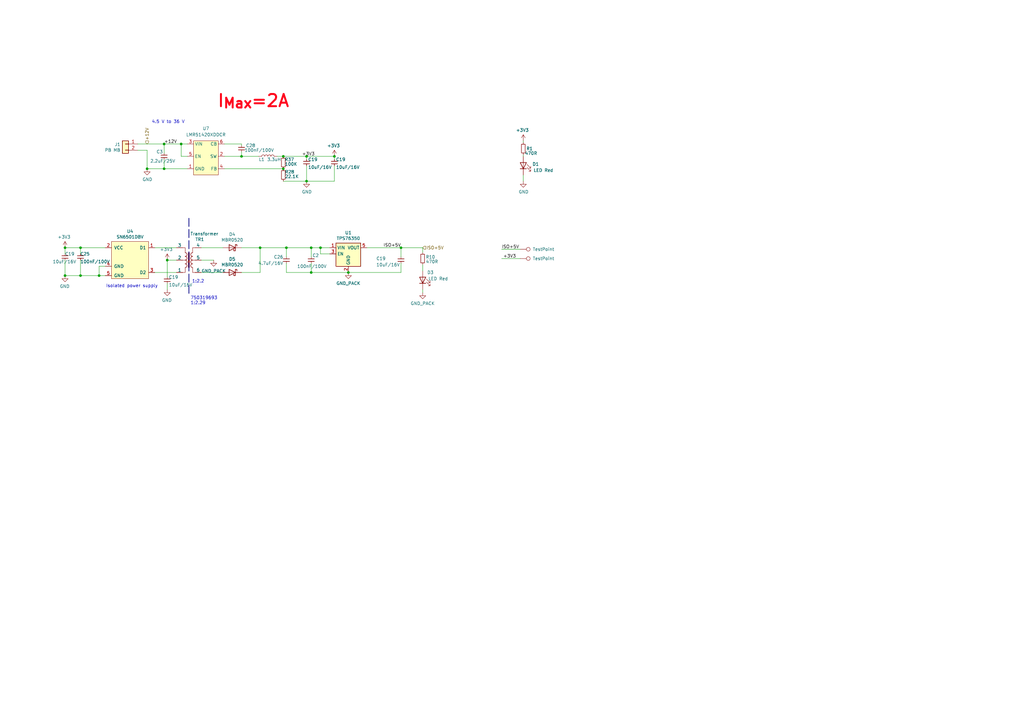
<source format=kicad_sch>
(kicad_sch (version 20230121) (generator eeschema)
  (paper "A3")
  (title_block (date "2023-10-19") (rev "V0.1") (company "teTra"))
  (lib_symbols
    (symbol "Connector:TestPoint" (pin_numbers hide) (pin_names (offset 0.762) hide)
      (property "Reference" "TP" (at 0 6.858 0))
      (property "Value" "TestPoint" (at 0 5.08 0))
      (symbol "TestPoint_0_1"
        (circle (center 0 3.302) (radius 0.762))
      )
      (symbol "TestPoint_1_1"
        (pin passive line (at 0 0 90) (length 2.54) (name "1") (number "1"))
      )
    )
    (symbol "Connector_Generic:Conn_01x02" (pin_names (offset 1.016) hide)
      (property "Reference" "J" (at 0 2.54 0))
      (property "Value" "Conn_01x02" (at 0 -5.08 0))
      (symbol "Conn_01x02_1_1"
        (rectangle (start -1.27 -2.413) (end 0 -2.667) (stroke (width 0.1524)))
        (rectangle (start -1.27 0.127) (end 0 -0.127) (stroke (width 0.1524)))
        (rectangle (start -1.27 1.27) (end 1.27 -3.81) (stroke (width 0.254)) (fill (type background)))
        (pin passive line (at -5.08 0 0) (length 3.81) (name "Pin_1") (number "1"))
        (pin passive line (at -5.08 -2.54 0) (length 3.81) (name "Pin_2") (number "2"))
      )
    )
    (symbol "Device:C" (pin_numbers hide) (pin_names (offset 0.254))
      (property "Reference" "C" (at 0.635 2.54 0))
      (property "Value" "C" (at 0.635 -2.54 0))
      (symbol "C_1_1"
        (polyline (pts (xy -1.27 -0.508) (xy 1.27 -0.508)) (stroke (width 0.254)))
        (polyline (pts (xy -1.27 0.508) (xy 1.27 0.508)) (stroke (width 0.254)))
        (pin passive line (at 0 1.27 270) (length 0.762) (name "~") (number "1"))
        (pin passive line (at 0 -1.27 90) (length 0.762) (name "~") (number "2"))
      )
    )
    (symbol "Device:L" (pin_numbers hide) (pin_names (offset 1.016) hide)
      (property "Reference" "L" (at -1.27 0 90))
      (property "Value" "L" (at 1.905 0 90))
      (symbol "L_0_1"
        (arc (start 0 -2.54) (mid 0.6323 -1.905) (end 0 -1.27))
        (arc (start 0 -1.27) (mid 0.6323 -0.635) (end 0 0))
        (arc (start 0 0) (mid 0.6323 0.635) (end 0 1.27))
        (arc (start 0 1.27) (mid 0.6323 1.905) (end 0 2.54))
      )
      (symbol "L_1_1"
        (pin passive line (at 0 3.81 270) (length 1.27) (name "1") (number "1"))
        (pin passive line (at 0 -3.81 90) (length 1.27) (name "2") (number "2"))
      )
    )
    (symbol "Device:LED" (pin_numbers hide) (pin_names (offset 1.016) hide)
      (property "Reference" "D" (at -0.762 -2.54 0))
      (property "Value" "LED" (at -0.762 4.318 0))
      (symbol "LED_0_1"
        (polyline (pts (xy 1.27 0) (xy -1.27 0)))
        (polyline (pts (xy 1.27 1.27) (xy 1.27 -1.27)) (stroke (width 0.254)))
        (polyline (pts (xy -1.27 1.27) (xy -1.27 -1.27) (xy 1.27 0) (xy -1.27 1.27)) (stroke (width 0.254)))
        (polyline (pts (xy -0.508 1.524) (xy 1.016 3.048) (xy 0.254 3.048) (xy 1.016 3.048) (xy 1.016 2.286)))
        (polyline (pts (xy 0.762 1.524) (xy 2.286 3.048) (xy 1.524 3.048) (xy 2.286 3.048) (xy 2.286 2.286)))
      )
      (symbol "LED_1_1"
        (pin passive line (at 3.81 0 180) (length 2.54) (name "K") (number "1"))
        (pin passive line (at -3.81 0 0) (length 2.54) (name "A") (number "2"))
      )
    )
    (symbol "Device:R_Small" (pin_numbers hide) (pin_names (offset 0.254) hide)
      (property "Reference" "R" (at 0.762 0.508 0))
      (property "Value" "R_Small" (at 0.762 -1.016 0))
      (symbol "R_Small_0_1"
        (rectangle (start -0.762 1.778) (end 0.762 -1.778) (stroke (width 0.2032)))
      )
      (symbol "R_Small_1_1"
        (pin passive line (at 0 2.54 270) (length 0.762) (name "~") (number "1"))
        (pin passive line (at 0 -2.54 90) (length 0.762) (name "~") (number "2"))
      )
    )
    (symbol "Diode:MBR0520" (pin_numbers hide) (pin_names (offset 1.016) hide)
      (property "Reference" "D" (at 0 2.54 0))
      (property "Value" "MBR0520" (at 0 -2.54 0))
      (symbol "MBR0520_0_1"
        (polyline (pts (xy 1.27 0) (xy -1.27 0)))
        (polyline (pts (xy 1.27 1.27) (xy 1.27 -1.27) (xy -1.27 0) (xy 1.27 1.27)) (stroke (width 0.254)))
        (polyline (pts (xy -1.905 0.635) (xy -1.905 1.27) (xy -1.27 1.27) (xy -1.27 -1.27) (xy -0.635 -1.27) (xy -0.635 -0.635)) (stroke (width 0.254)))
      )
      (symbol "MBR0520_1_1"
        (pin passive line (at -3.81 0 0) (length 2.54) (name "K") (number "1"))
        (pin passive line (at 3.81 0 180) (length 2.54) (name "A") (number "2"))
      )
    )
    (symbol "ENNOID:SN65601DBV" (pin_names (offset 1.016))
      (property "Reference" "U" (at 0 -8.89 0))
      (property "Value" "SN65601DBV" (at 0 8.89 0))
      (symbol "SN65601DBV_0_1"
        (rectangle (start -7.62 7.62) (end 7.62 -7.62) (fill (type background)))
      )
      (symbol "SN65601DBV_1_1"
        (pin input line (at -10.16 5.08 0) (length 2.54) (name "D1") (number "1"))
        (pin input line (at 10.16 5.08 180) (length 2.54) (name "VCC") (number "2"))
        (pin input line (at -10.16 -5.08 0) (length 2.54) (name "D2") (number "3"))
        (pin input line (at 10.16 -2.54 180) (length 2.54) (name "GND") (number "4"))
        (pin input line (at 10.16 -6.35 180) (length 2.54) (name "GND") (number "5"))
      )
    )
    (symbol "Power_Supervisor:TPS76350"
      (property "Reference" "U" (at 0 0 0))
      (symbol "TPS76350_0_1"
        (rectangle (start -5.08 4.445) (end 5.08 -5.08) (stroke (width 0.254)) (fill (type background)))
      )
      (symbol "TPS76350_1_1"
        (pin power_in line (at -7.62 2.54 0) (length 2.54) (name "VIN") (number "1"))
        (pin power_in line (at 0 -7.62 90) (length 2.54) (name "GND") (number "2"))
        (pin input line (at -7.62 0 0) (length 2.54) (name "EN") (number "3"))
        (pin no_connect line (at 7.62 0 180) (length 2.54) hide (name "NC") (number "4"))
        (pin power_out line (at 7.62 2.54 180) (length 2.54) (name "VOUT") (number "5"))
      )
    )
    (symbol "Regulator_Switching:LMR51420"
      (property "Reference" "U" (at 2.54 7.62 0))
      (property "Value" "LM51420" (at 0 0 0))
      (symbol "LMR51420_1_1"
        (rectangle (start -2.54 6.35) (end 7.62 -7.62) (fill (type background)))
        (pin input line (at -5.08 -5.08 0) (length 2.54) (name "GND") (number "1"))
        (pin input line (at 10.16 0 180) (length 2.54) (name "SW") (number "2"))
        (pin input line (at -5.08 5.08 0) (length 2.54) (name "VIN") (number "3"))
        (pin input line (at 10.16 -5.08 180) (length 2.54) (name "FB") (number "4"))
        (pin input line (at -5.08 0 0) (length 2.54) (name "EN") (number "5"))
        (pin input line (at 10.16 5.08 180) (length 2.54) (name "CB") (number "6"))
      )
    )
    (symbol "Transformer:TRANSF5" (pin_numbers hide) (pin_names (offset 0))
      (property "Reference" "TR" (at 0 6.35 0))
      (property "Value" "TRANSF5" (at 0 -6.35 0))
      (symbol "TRANSF5_0_1"
        (arc (start -1.524 -3.048) (mid -0.7653 -2.286) (end -1.524 -1.524) (stroke (width 0.2032)))
        (arc (start -1.524 -1.524) (mid -0.7653 -0.762) (end -1.524 0) (stroke (width 0.2032)))
        (arc (start -1.524 0) (mid -0.7653 0.762) (end -1.524 1.524) (stroke (width 0.2032)))
        (arc (start -1.524 1.524) (mid -0.7653 2.286) (end -1.524 3.048) (stroke (width 0.2032)))
        (rectangle (start -0.254 3.048) (end 0.254 -3.048) (stroke (width 0.0254)) (fill (type outline)))
        (polyline (pts (xy -1.524 0) (xy -2.54 0) (xy -2.54 0)) (fill (type outline)))
        (polyline (pts (xy 1.524 0) (xy 2.54 0) (xy 2.54 0)) (fill (type outline)))
        (polyline (pts (xy -2.54 5.08) (xy -1.524 5.08) (xy -1.524 3.048) (xy -1.524 3.048)) (stroke (width 0.1524)))
        (polyline (pts (xy -1.524 -3.048) (xy -1.524 -5.08) (xy -2.54 -5.08) (xy -2.54 -5.08)) (stroke (width 0.1524)))
        (polyline (pts (xy 1.524 3.048) (xy 1.524 5.08) (xy 2.54 5.08) (xy 2.54 5.08)) (stroke (width 0.1524)))
        (polyline (pts (xy 2.54 -5.08) (xy 1.524 -5.08) (xy 1.524 -3.048) (xy 1.524 -3.048)) (stroke (width 0.1524)))
        (arc (start 1.524 -1.524) (mid 0.7653 -2.286) (end 1.524 -3.048) (stroke (width 0.2032)))
        (arc (start 1.524 0) (mid 0.7653 -0.762) (end 1.524 -1.524) (stroke (width 0.2032)))
        (arc (start 1.524 1.524) (mid 0.7653 0.762) (end 1.524 0) (stroke (width 0.2032)))
        (arc (start 1.524 3.048) (mid 0.7653 2.286) (end 1.524 1.524) (stroke (width 0.2032)))
      )
      (symbol "TRANSF5_1_1"
        (pin passive line (at -5.08 5.08 0) (length 2.54) (name "1") (number "1"))
        (pin passive line (at -5.08 0 0) (length 2.54) (name "2") (number "2"))
        (pin passive line (at -5.08 -5.08 0) (length 2.54) (name "3") (number "3"))
        (pin passive line (at 5.08 -5.08 180) (length 2.54) (name "4") (number "4"))
        (pin passive line (at 5.08 0 180) (length 2.54) (name "5") (number "5"))
        (pin passive line (at 5.08 5.08 180) (length 2.54) (name "6") (number "6"))
      )
    )
    (symbol "power:+3V3" (power) (pin_names (offset 0))
      (property "Value" "+3V3" (at 0 3.556 0))
      (symbol "+3V3_0_1"
        (polyline (pts (xy -0.762 1.27) (xy 0 2.54)))
        (polyline (pts (xy 0 0) (xy 0 2.54)))
        (polyline (pts (xy 0 2.54) (xy 0.762 1.27)))
      )
      (symbol "+3V3_1_1"
        (pin power_in line (at 0 0 90) (length 0) hide (name "+3V3") (number "1"))
      )
    )
    (symbol "power:GND" (power) (pin_names (offset 0))
      (property "Value" "GND" (at 0 -3.81 0))
      (symbol "GND_0_1"
        (polyline (pts (xy 0 0) (xy 0 -1.27) (xy 1.27 -1.27) (xy 0 -2.54) (xy -1.27 -1.27) (xy 0 -1.27)))
      )
      (symbol "GND_1_1"
        (pin power_in line (at 0 0 270) (length 0) hide (name "GND") (number "1"))
      )
    )
    (symbol "power:GND_PACK" (power) (pin_names (offset 0))
      (property "Value" "GND_PACK" (at 0 -3.81 0))
      (symbol "GND_PACK_0_1"
        (polyline (pts (xy 0 0) (xy 0 -1.27) (xy 1.27 -1.27) (xy 0 -2.54) (xy -1.27 -1.27) (xy 0 -1.27)))
      )
      (symbol "GND_PACK_1_1"
        (pin power_in line (at 0 0 270) (length 0) hide (name "GND_PACK") (number "1"))
      )
    )
  )
  (junction (at 26.67 101.6))
  (junction (at 116.205 69.215))
  (junction (at 40.64 113.03))
  (junction (at 137.16 64.135))
  (junction (at 106.68 101.6))
  (junction (at 116.205 64.135))
  (junction (at 164.465 101.6))
  (junction (at 99.06 64.135))
  (junction (at 131.445 101.6))
  (junction (at 67.31 69.215))
  (junction (at 33.02 113.03))
  (junction (at 127.635 101.6))
  (junction (at 125.73 74.295))
  (junction (at 142.875 111.76))
  (junction (at 68.58 106.68))
  (junction (at 127.635 111.76))
  (junction (at 67.31 59.055))
  (junction (at 117.475 101.6))
  (junction (at 26.67 113.03))
  (junction (at 125.73 64.135))
  (junction (at 33.02 101.6))
  (junction (at 74.295 59.055))
  (junction (at 60.325 69.215))
  (wire (pts (xy 99.06 59.69) (xy 99.06 59.055)))
  (wire (pts (xy 74.295 59.055) (xy 74.295 64.135)))
  (wire (pts (xy 164.465 101.6) (xy 150.495 101.6)))
  (wire (pts (xy 26.67 106.68) (xy 26.67 113.03)))
  (wire (pts (xy 99.06 111.76) (xy 106.68 111.76)))
  (wire (pts (xy 205.74 106.045) (xy 213.36 106.045)))
  (wire (pts (xy 99.06 62.23) (xy 99.06 64.135)))
  (wire (pts (xy 33.02 106.68) (xy 33.02 113.03)))
  (wire (pts (xy 164.465 101.6) (xy 164.465 105.41)))
  (wire (pts (xy 67.31 65.405) (xy 67.31 69.215)))
  (bus (pts (xy 77.47 89.535) (xy 77.47 120.65)) (stroke (width 0) (type dash)))
  (wire (pts (xy 60.325 69.215) (xy 67.31 69.215)))
  (wire (pts (xy 164.465 101.6) (xy 173.355 101.6)))
  (wire (pts (xy 82.55 106.68) (xy 87.63 106.68)))
  (wire (pts (xy 106.68 101.6) (xy 99.06 101.6)))
  (wire (pts (xy 214.63 63.5) (xy 214.63 64.135)))
  (wire (pts (xy 56.515 59.055) (xy 67.31 59.055)))
  (wire (pts (xy 33.02 101.6) (xy 33.02 104.14)))
  (wire (pts (xy 56.515 61.595) (xy 60.325 61.595)))
  (wire (pts (xy 173.355 108.585) (xy 173.355 111.125)))
  (wire (pts (xy 92.075 69.215) (xy 116.205 69.215)))
  (wire (pts (xy 67.31 69.215) (xy 76.835 69.215)))
  (wire (pts (xy 214.63 58.42) (xy 214.63 57.785)))
  (wire (pts (xy 92.075 64.135) (xy 99.06 64.135)))
  (wire (pts (xy 125.73 64.135) (xy 125.73 65.405)))
  (wire (pts (xy 26.67 101.6) (xy 33.02 101.6)))
  (wire (pts (xy 40.64 113.03) (xy 43.18 113.03)))
  (wire (pts (xy 131.445 104.14) (xy 131.445 101.6)))
  (wire (pts (xy 117.475 101.6) (xy 106.68 101.6)))
  (wire (pts (xy 116.205 74.295) (xy 125.73 74.295)))
  (wire (pts (xy 67.31 59.055) (xy 74.295 59.055)))
  (wire (pts (xy 26.67 113.03) (xy 33.02 113.03)))
  (wire (pts (xy 74.295 64.135) (xy 76.835 64.135)))
  (wire (pts (xy 135.255 101.6) (xy 131.445 101.6)))
  (wire (pts (xy 74.295 59.055) (xy 76.835 59.055)))
  (wire (pts (xy 68.58 106.68) (xy 68.58 113.665)))
  (wire (pts (xy 60.325 61.595) (xy 60.325 69.215)))
  (wire (pts (xy 72.39 106.68) (xy 68.58 106.68)))
  (wire (pts (xy 67.31 59.055) (xy 67.31 62.865)))
  (wire (pts (xy 92.075 59.055) (xy 99.06 59.055)))
  (wire (pts (xy 116.205 64.135) (xy 125.73 64.135)))
  (wire (pts (xy 33.02 101.6) (xy 43.18 101.6)))
  (wire (pts (xy 137.16 64.135) (xy 137.16 65.405)))
  (wire (pts (xy 99.06 64.135) (xy 106.045 64.135)))
  (wire (pts (xy 131.445 101.6) (xy 127.635 101.6)))
  (wire (pts (xy 135.255 104.14) (xy 131.445 104.14)))
  (wire (pts (xy 137.16 67.945) (xy 137.16 74.295)))
  (wire (pts (xy 113.665 64.135) (xy 116.205 64.135)))
  (wire (pts (xy 91.44 101.6) (xy 82.55 101.6)))
  (wire (pts (xy 127.635 101.6) (xy 117.475 101.6)))
  (wire (pts (xy 72.39 101.6) (xy 63.5 101.6)))
  (wire (pts (xy 127.635 107.95) (xy 127.635 111.76)))
  (wire (pts (xy 43.18 109.22) (xy 40.64 109.22)))
  (wire (pts (xy 214.63 71.755) (xy 214.63 74.295)))
  (wire (pts (xy 91.44 111.76) (xy 82.55 111.76)))
  (wire (pts (xy 117.475 107.95) (xy 117.475 111.76)))
  (wire (pts (xy 125.73 67.945) (xy 125.73 74.295)))
  (wire (pts (xy 164.465 111.76) (xy 142.875 111.76)))
  (wire (pts (xy 72.39 111.76) (xy 63.5 111.76)))
  (wire (pts (xy 26.67 104.14) (xy 26.67 101.6)))
  (wire (pts (xy 117.475 101.6) (xy 117.475 105.41)))
  (wire (pts (xy 40.64 113.03) (xy 33.02 113.03)))
  (wire (pts (xy 127.635 111.76) (xy 117.475 111.76)))
  (wire (pts (xy 173.355 101.6) (xy 173.355 103.505)))
  (wire (pts (xy 173.355 118.745) (xy 173.355 120.015)))
  (wire (pts (xy 205.74 102.235) (xy 213.36 102.235)))
  (wire (pts (xy 164.465 107.95) (xy 164.465 111.76)))
  (wire (pts (xy 40.64 109.22) (xy 40.64 113.03)))
  (wire (pts (xy 106.68 101.6) (xy 106.68 111.76)))
  (wire (pts (xy 127.635 101.6) (xy 127.635 105.41)))
  (wire (pts (xy 68.58 116.205) (xy 68.58 118.745)))
  (wire (pts (xy 125.73 74.295) (xy 137.16 74.295)))
  (wire (pts (xy 142.875 111.76) (xy 127.635 111.76)))
  (wire (pts (xy 137.16 64.135) (xy 125.73 64.135)))
  (text "1:2.2" (at 78.74 116.205 0) (effects (font (size 1.27 1.27)) (justify left bottom)))
  (text "I_{Max}=2A" (at 88.9 44.45 0) (effects (font (size 5 5) (thickness 0.8) bold) (justify left bottom)))
  (text "Isolated power supply" (at 64.77 118.11 0) (effects (font (size 1.27 1.27)) (justify right bottom)))
  (text "750319693   \n1:2.29" (at 78.105 125.095 0) (effects (font (size 1.27 1.27)) (justify left bottom)))
  (text "4.5 V to 36 V\n" (at 62.23 50.8 0) (effects (font (size 1.27 1.27)) (justify left bottom)))
  (label "+3V3" (at 206.375 106.045 0))
  (label "ISO+5V" (at 205.74 102.235 0))
  (label "+3V3" (at 123.825 64.135 0))
  (label "+12V" (at 67.31 59.055 0))
  (label "ISO+5V" (at 164.465 101.6 180))
  (hierarchical_label "ISO+5V" (shape input) (at 173.355 101.6 0))
  (hierarchical_label "+12V" (shape input) (at 60.325 59.055 90))
  (symbol (lib_id "Device:L") (at 109.855 64.135 90) (unit 1)
    (property "Reference" "L1" (at 107.315 65.405 90))
    (property "Value" "3.3uH" (at 112.395 65.405 90))
    (property "Footprint" "Inductor_SMD:L_Bourns_SRP5030T" (effects hide))
    (property "Datasheet" "https://www.bourns.com/docs/Product-Datasheets/SRP5030CC.pdf" (effects hide))
    (property "MPN" "SRP5030CC-3R3M" (effects hide))
    (property "Link" "https://www.digikey.jp/en/products/detail/bourns-inc/SRP5030CC-3R3M/21263799?s=N4IgTCBcDaIMoCUAKBWADAZjQYWwWgwQwFkQBdAXyA" (effects hide))
    (property "Description" "3.3 µH Shielded Wirewound Inductor 5 A 38mOhm Max Nonstandard" (effects hide))
  )
  (symbol (lib_id "power:GND") (at 125.73 74.295 0) (unit 1)
    (property "Reference" "#PWR043" (effects hide))
    (property "Value" "GND" (at 125.857 78.6892 0))
  )
  (symbol (lib_id "power:GND") (at 60.325 69.215 0) (unit 1)
    (property "Reference" "#PWR038" (effects hide))
    (property "Value" "GND" (at 60.452 73.6092 0))
  )
  (symbol (lib_id "ENNOID:SN65601DBV") (at 53.34 106.68 0) (mirror y) (unit 1)
    (property "Reference" "U4" (at 53.34 94.869 0))
    (property "Value" "SN6501DBV" (at 53.34 97.1804 0))
    (property "Footprint" "Package_TO_SOT_SMD:SOT-23-5" (effects hide))
    (property "Datasheet" "https://www.ti.com.cn/cn/lit/ds/symlink/sn6501.pdf?ts=1707800085827&ref_url=https%253A%252F%252Fwww.ti.com.cn%252Fsitesearch%252Fzh-cn%252Fdocs%252Funiversalsearch.tsp%253FlangPref%253Dzh-CN%2526searchTerm%253DSN6501DBV%2526nr%253D33" (effects hide))
    (property "MPN" "SN6501DBVR" (effects hide))
    (property "Description" "Transformer Driver PMIC SOT-23-5" (effects hide))
    (property "Link" "https://www.digikey.jp/en/products/detail/texas-instruments/SN6501DBVR/3431175?s=N4IgTCBcDaIMoDkBsBWADARgCICEBqASiALoC%2BQA" (effects hide))
  )
  (symbol (lib_id "Connector:TestPoint") (at 213.36 106.045 270) (unit 1)
    (property "Reference" "TP2" (effects hide))
    (property "Value" "TestPoint" (at 218.44 106.045 90) (effects (justify left)))
    (property "Footprint" "TestPoint:TestPoint_Pad_D1.0mm" (effects hide))
  )
  (symbol (lib_id "Device:C") (at 26.67 105.41 0) (unit 1)
    (property "Reference" "C19" (at 26.67 104.14 0) (effects (justify left)))
    (property "Value" "10uF/16V" (at 21.59 107.315 0) (effects (justify left)))
    (property "Footprint" "Capacitor_SMD:C_0805_2012Metric" (effects hide))
    (property "Datasheet" "https://mm.digikey.com/Volume0/opasdata/d220001/medias/docus/609/CL21A106KOQNNNE_Spec.pdf" (effects hide))
    (property "MPN" "CL21A106KOQNNNE" (effects hide))
    (property "Description" "10 µF ±10% 16V Ceramic Capacitor X5R 0805 (2012 Metric)" (effects hide))
    (property "Link" "https://www.digikey.jp/en/products/detail/samsung-electro-mechanics/CL21A106KOQNNNE/3886754" (effects hide))
    (instances (project "Gachacon_Sensor" (path "" (reference "C19") (unit 1))) (project "LTC6811_ESP32_V1p3" (path "" (reference "C27") (unit 1))) (project "R&C_library" (path "" (reference "C47") (unit 1))))
  )
  (symbol (lib_id "power:+3V3") (at 68.58 106.68 0) (mirror y) (unit 1)
    (property "Reference" "#PWR022" (effects hide))
    (property "Value" "+3V3" (at 68.199 102.2858 0))
  )
  (symbol (lib_id "Connector:TestPoint") (at 213.36 102.235 270) (unit 1)
    (property "Reference" "TP1" (effects hide))
    (property "Value" "TestPoint" (at 218.44 102.235 90) (effects (justify left)))
    (property "Footprint" "TestPoint:TestPoint_Pad_D1.0mm" (effects hide))
  )
  (symbol (lib_id "power:GND") (at 214.63 74.295 0) (unit 1)
    (property "Reference" "#PWR02" (effects hide))
    (property "Value" "GND" (at 214.757 78.6892 0))
  )
  (symbol (lib_id "Diode:MBR0520") (at 95.25 111.76 0) (mirror y) (unit 1)
    (property "Reference" "D5" (at 95.25 106.2736 0))
    (property "Value" "MBR0520" (at 95.25 108.585 0))
    (property "Footprint" "Diode_SMD:D_SOD-123" (effects hide))
    (property "Datasheet" "http://www.mccsemi.com/up_pdf/MBR0520~MBR0580(SOD123).pdf" (effects hide))
    (property "MPN" "MBR0520-TP" (effects hide))
    (property "Description" "Diode 20 V 500mA Surface Mount SOD-123" (effects hide))
    (property "Link" "https://www.digikey.jp/en/products/detail/micro-commercial-co/MBR0520-TP/717250" (effects hide))
  )
  (symbol (lib_id "power:GND_PACK") (at 142.875 111.76 0) (mirror y) (unit 1)
    (property "Reference" "#PWR017" (effects hide))
    (property "Value" "GND_PACK" (at 142.875 116.205 0))
  )
  (symbol (lib_id "Device:C") (at 137.16 66.675 0) (unit 1)
    (property "Reference" "C19" (at 137.795 65.405 0) (effects (justify left)))
    (property "Value" "10uF/16V" (at 137.795 68.58 0) (effects (justify left)))
    (property "Footprint" "Capacitor_SMD:C_0805_2012Metric" (effects hide))
    (property "Datasheet" "https://mm.digikey.com/Volume0/opasdata/d220001/medias/docus/609/CL21A106KOQNNNE_Spec.pdf" (effects hide))
    (property "MPN" "CL21A106KOQNNNE" (effects hide))
    (property "Description" "10 µF ±10% 16V Ceramic Capacitor X5R 0805 (2012 Metric)" (effects hide))
    (property "Link" "https://www.digikey.jp/en/products/detail/samsung-electro-mechanics/CL21A106KOQNNNE/3886754" (effects hide))
    (instances (project "Gachacon_Sensor" (path "" (reference "C19") (unit 1))) (project "LTC6811_ESP32_V1p3" (path "" (reference "C24") (unit 1))) (project "R&C_library" (path "" (reference "C47") (unit 1))))
  )
  (symbol (lib_id "power:GND") (at 68.58 118.745 0) (mirror y) (unit 1)
    (property "Reference" "#PWR053" (effects hide))
    (property "Value" "GND" (at 68.453 123.1392 0))
  )
  (symbol (lib_id "power:GND_PACK") (at 87.63 106.68 0) (mirror y) (unit 1)
    (property "Reference" "#PWR021" (effects hide))
    (property "Value" "GND_PACK" (at 87.63 111.125 0))
  )
  (symbol (lib_id "Diode:MBR0520") (at 95.25 101.6 0) (mirror y) (unit 1)
    (property "Reference" "D4" (at 95.25 96.1136 0))
    (property "Value" "MBR0520" (at 95.25 98.425 0))
    (property "Footprint" "Diode_SMD:D_SOD-123" (effects hide))
    (property "Datasheet" "http://www.mccsemi.com/up_pdf/MBR0520~MBR0580(SOD123).pdf" (effects hide))
    (property "MPN" "MBR0520-TP" (effects hide))
    (property "Description" "Diode 20 V 500mA Surface Mount SOD-123" (effects hide))
    (property "Link" "https://www.digikey.jp/en/products/detail/micro-commercial-co/MBR0520-TP/717250" (effects hide))
  )
  (symbol (lib_id "Device:LED") (at 214.63 67.945 270) (unit 1)
    (property "Reference" "D1" (at 219.71 67.31 90))
    (property "Value" "LED Red" (at 222.885 69.85 90))
    (property "Footprint" "LED_SMD:LED_0603_1608Metric" (effects hide))
    (property "Datasheet" "https://optoelectronics.liteon.com/upload/download/DS-22-99-0151/LTST-C190KRKT.pdf" (effects hide))
    (property "Description" "Red 631nm LED Indication - Discrete 2V 0603 (1608 Metric)" (effects hide))
    (property "Link" "https://www.digikey.jp/en/products/detail/liteon/LTST-C190KRKT/386817" (effects hide))
    (property "MPN" "LTST-C190KRKT" (effects hide))
    (instances (project "LTC6811_ESP32_V1p3" (path "" (reference "D1") (unit 1))) (project "L9963E+ESP32_V1.0" (path "" (reference "D4") (unit 1))))
  )
  (symbol (lib_id "Device:R_Small") (at 116.205 71.755 0) (unit 1)
    (property "Reference" "R28" (at 116.84 70.485 0) (effects (justify left)))
    (property "Value" "22.1K" (at 116.84 72.39 0) (effects (justify left)))
    (property "Footprint" "Resistor_SMD:R_0603_1608Metric" (effects hide))
    (property "Datasheet" "https://www.seielect.com/catalog/sei-rmcf_rmcp.pdf" (effects hide))
    (property "Description" "22.1 kOhms ±1% 0.1W, 1/10W Chip Resistor 0603 (1608 Metric) Automotive AEC-Q200 Thick Film" (effects hide))
    (property "Link" "https://www.digikey.jp/en/products/detail/stackpole-electronics-inc/RMCF0603FT22K1/1760764" (effects hide))
    (property "MPN" "RMCF0603FT22K1" (effects hide))
    (instances (project "Gachacon_Sensor" (path "" (reference "R28") (unit 1))) (project "LTC6811_ESP32_V1p3" (path "" (reference "R38") (unit 1))) (project "R&C_library" (path "" (reference "R30") (unit 1))) (project "L9963E+ESP32" (path "" (reference "R65") (unit 1))))
  )
  (symbol (lib_id "power:+3V3") (at 137.16 64.135 0) (mirror y) (unit 1)
    (property "Reference" "#PWR04" (effects hide))
    (property "Value" "+3V3" (at 136.779 59.7408 0))
  )
  (symbol (lib_id "Device:R_Small") (at 173.355 106.045 180) (unit 1)
    (property "Reference" "R10" (at 176.53 105.41 0))
    (property "Value" "470R" (at 177.165 107.315 0))
    (property "Footprint" "Resistor_SMD:R_0603_1608Metric" (effects hide))
    (property "Datasheet" "https://www.yageo.com/upload/media/product/products/datasheet/rchip/PYu-RC_Group_51_RoHS_L_12.pdf" (effects hide))
    (property "MPN" "RC0603JR-07470RL" (effects hide))
    (property "Description" "470 Ohms ±5% 0.1W, 1/10W Chip Resistor 0603 (1608 Metric) Moisture Resistant Thick Film" (effects hide))
    (property "Link" "https://www.digikey.jp/en/products/detail/yageo/RC0603JR-07470RL/726791?s=N4IgTCBcDaIEoGEAMA2JBmAUnAtEg7ACz5JwAyIAugL5A" (effects hide))
  )
  (symbol (lib_id "Device:C") (at 68.58 114.935 0) (unit 1)
    (property "Reference" "C19" (at 69.215 113.665 0) (effects (justify left)))
    (property "Value" "10uF/16V" (at 69.215 116.84 0) (effects (justify left)))
    (property "Footprint" "Capacitor_SMD:C_0805_2012Metric" (effects hide))
    (property "Datasheet" "https://mm.digikey.com/Volume0/opasdata/d220001/medias/docus/609/CL21A106KOQNNNE_Spec.pdf" (effects hide))
    (property "MPN" "CL21A106KOQNNNE" (effects hide))
    (property "Description" "10 µF ±10% 16V Ceramic Capacitor X5R 0805 (2012 Metric)" (effects hide))
    (property "Link" "https://www.digikey.jp/en/products/detail/samsung-electro-mechanics/CL21A106KOQNNNE/3886754" (effects hide))
    (instances (project "Gachacon_Sensor" (path "" (reference "C19") (unit 1))) (project "LTC6811_ESP32_V1p3" (path "" (reference "C13") (unit 1))) (project "R&C_library" (path "" (reference "C47") (unit 1))))
  )
  (symbol (lib_id "Connector_Generic:Conn_01x02") (at 51.435 59.055 0) (mirror y) (unit 1)
    (property "Reference" "J1" (at 49.403 59.2582 0) (effects (justify left)))
    (property "Value" "PB MB" (at 49.403 61.5696 0) (effects (justify left)))
    (property "Footprint" "Connector_JST:JST_VH_B2P-VH-B_1x02_P3.96mm_Vertical" (effects hide))
    (property "Datasheet" "https://www.jst-mfg.com/product/pdf/eng/eVH.pdf" (effects hide))
    (property "MPN" "B2P-VH" (effects hide))
    (property "Link" "https://www.digikey.jp/en/products/detail/jst-sales-america-inc/B2P-VH/926547" (effects hide))
    (property "Description" "Connector Header Through Hole 2 position 0.156\" (3.96mm)" (effects hide))
    (instances (project "LTC6811_ESP32_V1p3" (path "" (reference "J1") (unit 1))) (project "BMS_LTC6811_Slaves_12W" (path "" (reference "J3") (unit 1))))
  )
  (symbol (lib_id "Transformer:TRANSF5") (at 77.47 106.68 0) (mirror x) (unit 1)
    (property "Reference" "TR1" (at 81.915 98.1964 0))
    (property "Value" "Transformer" (at 83.82 95.885 0))
    (property "Footprint" "Connector_Wuerth:WURTH-760390015" (effects hide))
    (property "Datasheet" "https://mm.digikey.com/Volume0/opasdata/d220001/medias/docus/2416/760390015%20Dwg.pdf" (effects hide))
    (property "MPN" "760390015" (effects hide))
    (property "Description" "Forward, Push-Pull Converters For For DC/DC Converters SMPS Transformer 3125Vrms Isolation 10kHz Surface Mount" (effects hide))
    (property "Link" "https://www.digikey.jp/en/products/detail/w%C3%BCrth-elektronik/760390015/3831267" (effects hide))
  )
  (symbol (lib_id "power:GND_PACK") (at 173.355 120.015 0) (mirror y) (unit 1)
    (property "Reference" "#PWR016" (effects hide))
    (property "Value" "GND_PACK" (at 173.355 124.46 0))
  )
  (symbol (lib_id "power:GND") (at 26.67 113.03 0) (mirror y) (unit 1)
    (property "Reference" "#PWR024" (effects hide))
    (property "Value" "GND" (at 26.543 117.4242 0))
  )
  (symbol (lib_id "Device:C") (at 127.635 106.68 0) (mirror y) (unit 1)
    (property "Reference" "C2" (at 130.81 104.775 0) (effects (justify left)))
    (property "Value" "100nF/100V" (at 133.985 109.22 0) (effects (justify left)))
    (property "Footprint" "Capacitor_SMD:C_0603_1608Metric" (effects hide))
    (property "Datasheet" "https://www.digikey.jp/en/products/detail/samsung-electro-mechanics/CL10B104KC8NNNC/5961291?s=N4IgTCBcDaIMIBkCMAGAQqgLAaTgDgDki4AdEkAXQF8g" (effects hide))
    (property "MPN" "CL10B104KC8NNNC" (effects hide))
    (property "Description" "0.1 µF ±10% 100V Ceramic Capacitor X7R 0603 (1608 Metric)" (effects hide))
    (property "Link" "https://www.digikey.jp/en/products/detail/samsung-electro-mechanics/CL10B104KC8NNNC/5961291?s=N4IgTCBcDaIMIBkCMAGAQqgLAaTgDgDki4QBdAXyA" (effects hide))
  )
  (symbol (lib_id "Device:C") (at 67.31 64.135 0) (unit 1)
    (property "Reference" "C3" (at 64.135 62.23 0) (effects (justify left)))
    (property "Value" "2.2uF/25V" (at 61.595 66.04 0) (effects (justify left)))
    (property "Footprint" "Capacitor_SMD:C_0603_1608Metric" (effects hide))
    (property "Datasheet" "https://search.murata.co.jp/Ceramy/image/img/A01X/G101/ENG/GRM188R61E225KA12-01.pdf" (effects hide))
    (property "Description" "2.2 µF ±10% 25V Ceramic Capacitor X5R 0603 (1608 Metric)" (effects hide))
    (property "MPN" "GRM188R61E225KA12D" (effects hide))
    (property "Link" "https://www.digikey.jp/en/products/detail/murata-electronics/GRM188R61E225KA12D/4905349" (effects hide))
    (instances (project "LTC6811_ESP32_V1p3" (path "" (reference "C3") (unit 1))) (project "R&C_library" (path "" (reference "C45") (unit 1))) (project "L9963E+ESP32_V1.0" (path "" (reference "C38") (unit 1))))
  )
  (symbol (lib_id "Power_Supervisor:TPS76350") (at 142.875 104.14 0) (unit 1)
    (property "Reference" "U1" (at 142.875 95.4532 0))
    (property "Value" "TPS76350" (at 142.875 97.7646 0))
    (property "Footprint" "Package_TO_SOT_SMD:SOT-23-5" (effects hide))
    (property "Datasheet" "chrome-extension://efaidnbmnnnibpcajpcglclefindmkaj/https://www.ti.com.cn/cn/lit/ds/symlink/tps763-q1.pdf?ts=1710725186011&ref_url=https%253A%252F%252Fwww.ti.com.cn%252Fsitesearch%252Fzh-cn%252Fdocs%252Funiversalsearch.tsp%253FlangPref%253Dzh-CN%2526searchTerm%253DTPS76350%2526nr%253D156" (effects hide))
    (property "MPN" "TPS76350DBVR" (effects hide))
    (property "Description" "Linear Voltage Regulator IC Positive Fixed 1 Output 150mA SOT-23-5" (effects hide))
    (property "Link" "https://www.digikey.jp/en/products/detail/texas-instruments/TPS76350DBVR/382163" (effects hide))
  )
  (symbol (lib_id "Device:C") (at 125.73 66.675 0) (unit 1)
    (property "Reference" "C19" (at 126.365 65.405 0) (effects (justify left)))
    (property "Value" "10uF/16V" (at 126.365 68.58 0) (effects (justify left)))
    (property "Footprint" "Capacitor_SMD:C_0805_2012Metric" (effects hide))
    (property "Datasheet" "https://mm.digikey.com/Volume0/opasdata/d220001/medias/docus/609/CL21A106KOQNNNE_Spec.pdf" (effects hide))
    (property "MPN" "CL21A106KOQNNNE" (effects hide))
    (property "Description" "10 µF ±10% 16V Ceramic Capacitor X5R 0805 (2012 Metric)" (effects hide))
    (property "Link" "https://www.digikey.jp/en/products/detail/samsung-electro-mechanics/CL21A106KOQNNNE/3886754" (effects hide))
    (instances (project "Gachacon_Sensor" (path "" (reference "C19") (unit 1))) (project "LTC6811_ESP32_V1p3" (path "" (reference "C10") (unit 1))) (project "R&C_library" (path "" (reference "C47") (unit 1))))
  )
  (symbol (lib_id "Device:C") (at 164.465 106.68 0) (unit 1)
    (property "Reference" "C19" (at 154.305 106.045 0) (effects (justify left)))
    (property "Value" "10uF/16V" (at 154.305 108.585 0) (effects (justify left)))
    (property "Footprint" "Capacitor_SMD:C_0805_2012Metric" (effects hide))
    (property "Datasheet" "https://mm.digikey.com/Volume0/opasdata/d220001/medias/docus/609/CL21A106KOQNNNE_Spec.pdf" (effects hide))
    (property "MPN" "CL21A106KOQNNNE" (effects hide))
    (property "Description" "10 µF ±10% 16V Ceramic Capacitor X5R 0805 (2012 Metric)" (effects hide))
    (property "Link" "https://www.digikey.jp/en/products/detail/samsung-electro-mechanics/CL21A106KOQNNNE/3886754" (effects hide))
    (instances (project "Gachacon_Sensor" (path "" (reference "C19") (unit 1))) (project "LTC6811_ESP32_V1p3" (path "" (reference "C1") (unit 1))) (project "R&C_library" (path "" (reference "C47") (unit 1))))
  )
  (symbol (lib_id "power:+3V3") (at 26.67 101.6 0) (mirror y) (unit 1)
    (property "Reference" "#PWR023" (effects hide))
    (property "Value" "+3V3" (at 26.289 97.2058 0))
  )
  (symbol (lib_id "power:+3V3") (at 214.63 57.785 0) (mirror y) (unit 1)
    (property "Reference" "#PWR01" (effects hide))
    (property "Value" "+3V3" (at 214.249 53.3908 0))
  )
  (symbol (lib_id "Device:LED") (at 173.355 114.935 270) (unit 1)
    (property "Reference" "D3" (at 176.53 111.76 90))
    (property "Value" "LED Red" (at 179.705 114.3 90))
    (property "Footprint" "LED_SMD:LED_0603_1608Metric" (effects hide))
    (property "Datasheet" "https://optoelectronics.liteon.com/upload/download/DS-22-99-0151/LTST-C190KRKT.pdf" (effects hide))
    (property "Description" "Red 631nm LED Indication - Discrete 2V 0603 (1608 Metric)" (effects hide))
    (property "Link" "https://www.digikey.jp/en/products/detail/liteon/LTST-C190KRKT/386817" (effects hide))
    (property "MPN" "LTST-C190KRKT" (effects hide))
    (instances (project "LTC6811_ESP32_V1p3" (path "" (reference "D3") (unit 1))) (project "L9963E+ESP32_V1.0" (path "" (reference "D4") (unit 1))))
  )
  (symbol (lib_id "Device:R_Small") (at 214.63 60.96 180) (unit 1)
    (property "Reference" "R1" (at 217.17 60.96 0))
    (property "Value" "470R" (at 217.805 62.865 0))
    (property "Footprint" "Resistor_SMD:R_0603_1608Metric" (effects hide))
    (property "Datasheet" "https://www.yageo.com/upload/media/product/products/datasheet/rchip/PYu-RC_Group_51_RoHS_L_12.pdf" (effects hide))
    (property "MPN" "RC0603JR-07470RL" (effects hide))
    (property "Description" "470 Ohms ±5% 0.1W, 1/10W Chip Resistor 0603 (1608 Metric) Moisture Resistant Thick Film" (effects hide))
    (property "Link" "https://www.digikey.jp/en/products/detail/yageo/RC0603JR-07470RL/726791?s=N4IgTCBcDaIEoGEAMA2JBmAUnAtEg7ACz5JwAyIAugL5A" (effects hide))
  )
  (symbol (lib_id "Device:C") (at 99.06 60.96 180) (unit 1)
    (property "Reference" "C28" (at 104.775 59.69 0) (effects (justify left)))
    (property "Value" "100nF/100V" (at 112.395 61.595 0) (effects (justify left)))
    (property "Footprint" "Capacitor_SMD:C_0603_1608Metric" (effects hide))
    (property "Datasheet" "https://www.digikey.jp/en/products/detail/samsung-electro-mechanics/CL10B104KC8NNNC/5961291?s=N4IgTCBcDaIMIBkCMAGAQqgLAaTgDgDki4AdEkAXQF8g" (effects hide))
    (property "Description" "0.1 µF ±10% 100V Ceramic Capacitor X7R 0603 (1608 Metric)" (effects hide))
    (property "Link" "https://www.digikey.jp/en/products/detail/samsung-electro-mechanics/CL10B104KC8NNNC/5961291?s=N4IgTCBcDaIMIBkCMAGAQqgLAaTgDgDki4QBdAXyA" (effects hide))
    (property "MPN" "CL10B104KC8NNNC" (effects hide))
    (instances (project "LTC6811_ESP32_V1p3" (path "" (reference "C28") (unit 1))) (project "R&C_library" (path "" (reference "C5") (unit 1))) (project "L9963E+ESP32_V1.0" (path "" (reference "C18") (unit 1))))
  )
  (symbol (lib_id "Device:C") (at 117.475 106.68 0) (mirror y) (unit 1)
    (property "Reference" "C26" (at 116.205 105.41 0) (effects (justify left)))
    (property "Value" "4.7uF/16V" (at 116.205 107.95 0) (effects (justify left)))
    (property "Footprint" "Capacitor_SMD:C_0603_1608Metric" (effects hide))
    (property "Datasheet" "https://mm.digikey.com/Volume0/opasdata/d220001/medias/docus/2328/CL10A475KO8NNNC_Spec.pdf" (effects hide))
    (property "Description" "4.7 µF ±10% 16V Ceramic Capacitor X5R 0603 (1608 Metric)" (effects hide))
    (property "MPN" "CL10A475KO8NNNC" (effects hide))
    (property "Link" "https://www.digikey.jp/en/products/detail/samsung-electro-mechanics/CL10A475KO8NNNC/3887442" (effects hide))
    (instances (project "LTC6811_ESP32_V1p3" (path "" (reference "C26") (unit 1))) (project "R&C_library" (path "" (reference "C40") (unit 1))) (project "BMS_BQ76940" (path "" (reference "C2") (unit 1))) (project "L9963E+ESP32_V1.0" (path "" (reference "C38") (unit 1))))
  )
  (symbol (lib_id "Device:C") (at 33.02 105.41 0) (mirror y) (unit 1)
    (property "Reference" "C25" (at 36.83 104.14 0) (effects (justify left)))
    (property "Value" "100nF/100V" (at 45.085 107.315 0) (effects (justify left)))
    (property "Footprint" "Capacitor_SMD:C_0603_1608Metric" (effects hide))
    (property "Datasheet" "https://www.digikey.jp/en/products/detail/samsung-electro-mechanics/CL10B104KC8NNNC/5961291?s=N4IgTCBcDaIMIBkCMAGAQqgLAaTgDgDki4AdEkAXQF8g" (effects hide))
    (property "MPN" "CL10B104KC8NNNC" (effects hide))
    (property "Description" "0.1 µF ±10% 100V Ceramic Capacitor X7R 0603 (1608 Metric)" (effects hide))
    (property "Link" "https://www.digikey.jp/en/products/detail/samsung-electro-mechanics/CL10B104KC8NNNC/5961291?s=N4IgTCBcDaIMIBkCMAGAQqgLAaTgDgDki4QBdAXyA" (effects hide))
  )
  (symbol (lib_id "Device:R_Small") (at 116.205 66.675 180) (unit 1)
    (property "Reference" "R37" (at 120.65 65.405 0) (effects (justify left)))
    (property "Value" "100K" (at 121.92 67.31 0) (effects (justify left)))
    (property "Footprint" "Resistor_SMD:R_0603_1608Metric" (effects hide))
    (property "Datasheet" "https://www.yageo.com/upload/media/product/app/datasheet/rchip/pyu-rc_group_51_rohs_l.pdf" (effects hide))
    (property "MPN" "RC0603JR-07100KL" (effects hide))
    (property "Description" "100 kOhms ±5% 0.1W, 1/10W Chip Resistor 0603 (1608 Metric) Moisture Resistant Thick Film" (effects hide))
    (property "Link" "https://www.digikey.jp/en/products/detail/yageo/RC0603JR-07100KL/726698?s=N4IgTCBcDaIEoGEAMA2JBmAUnAtEg7AIxJIDSAMiALoC%2BQA" (effects hide))
    (instances (project "LTC6811_ESP32_V1p3" (path "" (reference "R37") (unit 1))) (project "LTC6811" (path "" (reference "R63") (unit 1))))
  )
  (symbol (lib_id "Regulator_Switching:LMR51420") (at 81.915 64.135 0) (unit 1)
    (property "Reference" "U7" (at 84.455 52.705 0))
    (property "Value" "LMR51420XDDCR" (at 84.455 55.245 0))
    (property "Footprint" "Package_TO_SOT_SMD:SOT-23-6_Handsoldering" (effects hide))
    (property "Datasheet" "https://www.ti.com/lit/ds/symlink/lmr51420.pdf" (effects hide))
    (property "MPN" "LMR51420XDDCR" (effects hide))
    (property "Description" "Buck Switching Regulator IC Positive Adjustable 0.6V 1 Output 2A SOT-23-6 Thin, TSOT-23-6" (effects hide))
    (property "Link" "https://www.digikey.jp/en/products/detail/texas-instruments/LMR51420XDDCR/16705125?s=N4IgTCBcDaIDIFkBKBWAjAFjABgBoBF8BhJEAXQF8g" (effects hide))
  )
)
</source>
